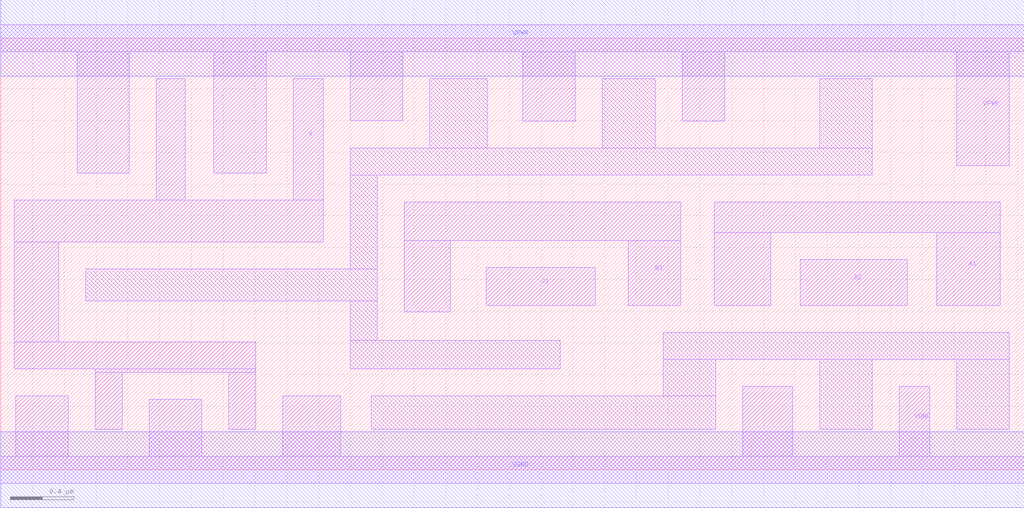
<source format=lef>
# Copyright 2020 The SkyWater PDK Authors
#
# Licensed under the Apache License, Version 2.0 (the "License");
# you may not use this file except in compliance with the License.
# You may obtain a copy of the License at
#
#     https://www.apache.org/licenses/LICENSE-2.0
#
# Unless required by applicable law or agreed to in writing, software
# distributed under the License is distributed on an "AS IS" BASIS,
# WITHOUT WARRANTIES OR CONDITIONS OF ANY KIND, either express or implied.
# See the License for the specific language governing permissions and
# limitations under the License.
#
# SPDX-License-Identifier: Apache-2.0

VERSION 5.5 ;
NAMESCASESENSITIVE ON ;
BUSBITCHARS "[]" ;
DIVIDERCHAR "/" ;
MACRO sky130_fd_sc_hd__o211a_4
  CLASS CORE ;
  SOURCE USER ;
  ORIGIN  0.000000  0.000000 ;
  SIZE  6.440000 BY  2.720000 ;
  SYMMETRY X Y R90 ;
  SITE unithd ;
  PIN A1
    ANTENNAGATEAREA  0.495000 ;
    DIRECTION INPUT ;
    USE SIGNAL ;
    PORT
      LAYER li1 ;
        RECT 4.490000 1.035000 4.845000 1.495000 ;
        RECT 4.490000 1.495000 6.290000 1.685000 ;
        RECT 5.890000 1.035000 6.290000 1.495000 ;
    END
  END A1
  PIN A2
    ANTENNAGATEAREA  0.495000 ;
    DIRECTION INPUT ;
    USE SIGNAL ;
    PORT
      LAYER li1 ;
        RECT 5.030000 1.035000 5.705000 1.325000 ;
    END
  END A2
  PIN B1
    ANTENNAGATEAREA  0.495000 ;
    DIRECTION INPUT ;
    USE SIGNAL ;
    PORT
      LAYER li1 ;
        RECT 2.540000 0.995000 2.830000 1.445000 ;
        RECT 2.540000 1.445000 4.280000 1.685000 ;
        RECT 3.950000 1.035000 4.280000 1.445000 ;
    END
  END B1
  PIN C1
    ANTENNAGATEAREA  0.495000 ;
    DIRECTION INPUT ;
    USE SIGNAL ;
    PORT
      LAYER li1 ;
        RECT 3.055000 1.035000 3.740000 1.275000 ;
    END
  END C1
  PIN X
    ANTENNADIFFAREA  0.911000 ;
    DIRECTION OUTPUT ;
    USE SIGNAL ;
    PORT
      LAYER li1 ;
        RECT 0.085000 0.635000 1.605000 0.805000 ;
        RECT 0.085000 0.805000 0.365000 1.435000 ;
        RECT 0.085000 1.435000 2.030000 1.700000 ;
        RECT 0.595000 0.255000 0.765000 0.615000 ;
        RECT 0.595000 0.615000 1.605000 0.635000 ;
        RECT 0.980000 1.700000 1.160000 2.465000 ;
        RECT 1.435000 0.255000 1.605000 0.615000 ;
        RECT 1.840000 1.700000 2.030000 2.465000 ;
    END
  END X
  PIN VGND
    DIRECTION INOUT ;
    SHAPE ABUTMENT ;
    USE GROUND ;
    PORT
      LAYER li1 ;
        RECT 0.000000 -0.085000 6.440000 0.085000 ;
        RECT 0.095000  0.085000 0.425000 0.465000 ;
        RECT 0.935000  0.085000 1.265000 0.445000 ;
        RECT 1.775000  0.085000 2.140000 0.465000 ;
        RECT 4.670000  0.085000 4.985000 0.525000 ;
        RECT 5.655000  0.085000 5.845000 0.525000 ;
    END
    PORT
      LAYER met1 ;
        RECT 0.000000 -0.240000 6.440000 0.240000 ;
    END
  END VGND
  PIN VNB
    DIRECTION INOUT ;
    USE GROUND ;
    PORT
    END
  END VNB
  PIN VPB
    DIRECTION INOUT ;
    USE POWER ;
    PORT
    END
  END VPB
  PIN VPWR
    DIRECTION INOUT ;
    SHAPE ABUTMENT ;
    USE POWER ;
    PORT
      LAYER li1 ;
        RECT 0.000000 2.635000 6.440000 2.805000 ;
        RECT 0.480000 1.870000 0.810000 2.635000 ;
        RECT 1.340000 1.870000 1.670000 2.635000 ;
        RECT 2.200000 2.200000 2.530000 2.635000 ;
        RECT 3.285000 2.195000 3.615000 2.635000 ;
        RECT 4.290000 2.195000 4.555000 2.635000 ;
        RECT 6.015000 1.915000 6.345000 2.635000 ;
    END
    PORT
      LAYER met1 ;
        RECT 0.000000 2.480000 6.440000 2.960000 ;
    END
  END VPWR
  OBS
    LAYER li1 ;
      RECT 0.535000 1.065000 2.370000 1.265000 ;
      RECT 2.200000 0.635000 3.520000 0.815000 ;
      RECT 2.200000 0.815000 2.370000 1.065000 ;
      RECT 2.200000 1.265000 2.370000 1.855000 ;
      RECT 2.200000 1.855000 5.485000 2.025000 ;
      RECT 2.330000 0.255000 4.500000 0.465000 ;
      RECT 2.700000 2.025000 3.060000 2.465000 ;
      RECT 3.785000 2.025000 4.120000 2.465000 ;
      RECT 4.170000 0.465000 4.500000 0.695000 ;
      RECT 4.170000 0.695000 6.345000 0.865000 ;
      RECT 5.155000 0.255000 5.485000 0.695000 ;
      RECT 5.155000 2.025000 5.485000 2.465000 ;
      RECT 6.015000 0.255000 6.345000 0.695000 ;
  END
END sky130_fd_sc_hd__o211a_4
END LIBRARY

</source>
